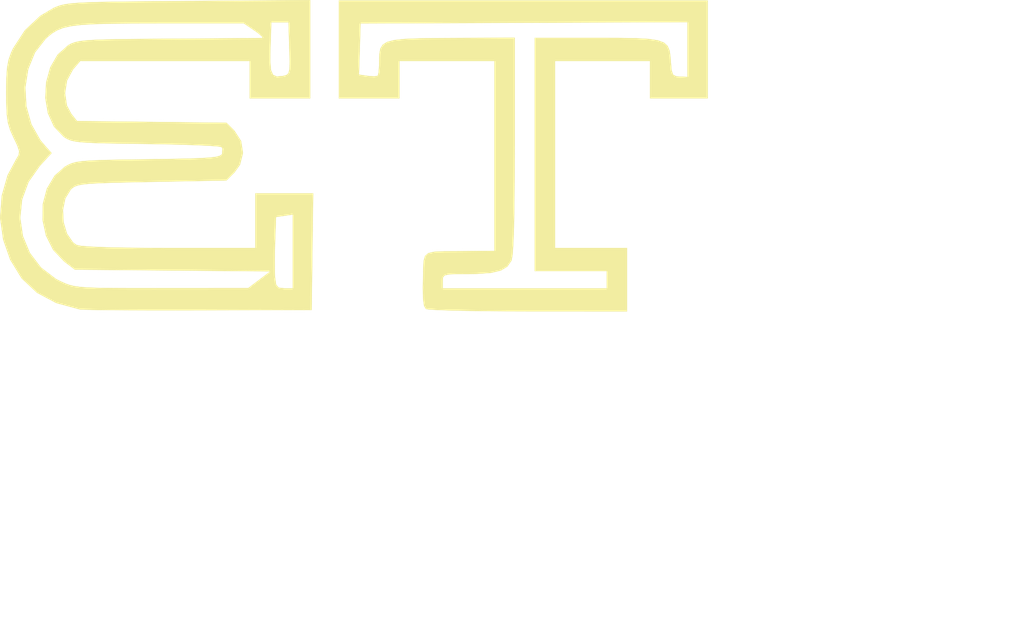
<source format=kicad_pcb>
(kicad_pcb (version 20171130) (host pcbnew "(5.0.0)")

  (general
    (thickness 1.6)
    (drawings 0)
    (tracks 0)
    (zones 0)
    (modules 1)
    (nets 1)
  )

  (page A4)
  (layers
    (0 F.Cu signal)
    (31 B.Cu signal)
    (32 B.Adhes user)
    (33 F.Adhes user)
    (34 B.Paste user)
    (35 F.Paste user)
    (36 B.SilkS user)
    (37 F.SilkS user)
    (38 B.Mask user)
    (39 F.Mask user)
    (40 Dwgs.User user)
    (41 Cmts.User user)
    (42 Eco1.User user)
    (43 Eco2.User user)
    (44 Edge.Cuts user)
    (45 Margin user)
    (46 B.CrtYd user)
    (47 F.CrtYd user)
    (48 B.Fab user)
    (49 F.Fab user)
  )

  (setup
    (last_trace_width 0.25)
    (trace_clearance 0.2)
    (zone_clearance 0.508)
    (zone_45_only no)
    (trace_min 0.2)
    (segment_width 0.2)
    (edge_width 0.15)
    (via_size 0.8)
    (via_drill 0.4)
    (via_min_size 0.4)
    (via_min_drill 0.3)
    (uvia_size 0.3)
    (uvia_drill 0.1)
    (uvias_allowed no)
    (uvia_min_size 0.2)
    (uvia_min_drill 0.1)
    (pcb_text_width 0.3)
    (pcb_text_size 1.5 1.5)
    (mod_edge_width 0.15)
    (mod_text_size 1 1)
    (mod_text_width 0.15)
    (pad_size 1.524 1.524)
    (pad_drill 0.762)
    (pad_to_mask_clearance 0.2)
    (aux_axis_origin 0 0)
    (visible_elements FFFFFF7F)
    (pcbplotparams
      (layerselection 0x010fc_ffffffff)
      (usegerberextensions false)
      (usegerberattributes false)
      (usegerberadvancedattributes false)
      (creategerberjobfile false)
      (excludeedgelayer true)
      (linewidth 0.100000)
      (plotframeref false)
      (viasonmask false)
      (mode 1)
      (useauxorigin false)
      (hpglpennumber 1)
      (hpglpenspeed 20)
      (hpglpendiameter 15.000000)
      (psnegative false)
      (psa4output false)
      (plotreference true)
      (plotvalue true)
      (plotinvisibletext false)
      (padsonsilk false)
      (subtractmaskfromsilk false)
      (outputformat 1)
      (mirror false)
      (drillshape 1)
      (scaleselection 1)
      (outputdirectory ""))
  )

  (net 0 "")

  (net_class Default "This is the default net class."
    (clearance 0.2)
    (trace_width 0.25)
    (via_dia 0.8)
    (via_drill 0.4)
    (uvia_dia 0.3)
    (uvia_drill 0.1)
  )

  (module footprints:et (layer F.Cu) (tedit 0) (tstamp 5C0F3948)
    (at 33.02 21.59)
    (fp_text reference G*** (at 0 0) (layer F.SilkS) hide
      (effects (font (size 1.524 1.524) (thickness 0.3)))
    )
    (fp_text value LOGO (at 0.75 0) (layer F.SilkS) hide
      (effects (font (size 1.524 1.524) (thickness 0.3)))
    )
    (fp_poly (pts (xy -9.059333 -15.494) (xy -10.752667 -15.494) (xy -10.752667 -16.594667) (xy -13.546667 -16.594667)
      (xy -13.546667 -11.091334) (xy -11.43 -11.091334) (xy -11.43 -9.228667) (xy -14.329833 -9.229964)
      (xy -15.017297 -9.232231) (xy -15.652891 -9.238084) (xy -16.216263 -9.247045) (xy -16.687061 -9.258636)
      (xy -17.044931 -9.272381) (xy -17.269522 -9.287801) (xy -17.338864 -9.300539) (xy -17.393434 -9.392374)
      (xy -17.42265 -9.596473) (xy -17.428686 -9.9351) (xy -17.42353 -10.167076) (xy -17.41791 -10.485127)
      (xy -17.406933 -10.709051) (xy -17.365213 -10.855421) (xy -17.267362 -10.940808) (xy -17.087996 -10.981784)
      (xy -16.801726 -10.994923) (xy -16.383167 -10.996795) (xy -16.150167 -10.998324) (xy -15.324667 -11.006667)
      (xy -15.324667 -16.594667) (xy -18.118667 -16.594667) (xy -18.118667 -15.494) (xy -19.896667 -15.494)
      (xy -19.896667 -16.191447) (xy -19.310088 -16.191447) (xy -19.052562 -16.15365) (xy -18.858969 -16.139242)
      (xy -18.753434 -16.15746) (xy -18.753185 -16.157705) (xy -18.728595 -16.259983) (xy -18.713546 -16.472307)
      (xy -18.711333 -16.603977) (xy -18.706314 -16.803343) (xy -18.678388 -16.957574) (xy -18.608253 -17.072585)
      (xy -18.476608 -17.154291) (xy -18.264152 -17.208607) (xy -17.951581 -17.241448) (xy -17.519596 -17.258729)
      (xy -16.948894 -17.266365) (xy -16.542122 -17.268727) (xy -14.732 -17.27754) (xy -14.732 -14.103754)
      (xy -14.734464 -13.133231) (xy -14.741904 -12.329455) (xy -14.754389 -11.689912) (xy -14.771989 -11.212087)
      (xy -14.794774 -10.893465) (xy -14.822814 -10.731532) (xy -14.826003 -10.723654) (xy -14.945558 -10.549752)
      (xy -15.135873 -10.432361) (xy -15.424699 -10.362829) (xy -15.839784 -10.332504) (xy -16.090651 -10.329334)
      (xy -16.450232 -10.327626) (xy -16.67315 -10.316421) (xy -16.792077 -10.286596) (xy -16.839683 -10.229027)
      (xy -16.848638 -10.134593) (xy -16.848667 -10.117667) (xy -16.848667 -9.906) (xy -12.022667 -9.906)
      (xy -12.022667 -10.414) (xy -14.139333 -10.414) (xy -14.139333 -17.272) (xy -12.337839 -17.272)
      (xy -11.679378 -17.27059) (xy -11.170499 -17.2622) (xy -10.791452 -17.240592) (xy -10.522487 -17.199527)
      (xy -10.343853 -17.132768) (xy -10.2358 -17.034076) (xy -10.17858 -16.897212) (xy -10.15244 -16.715939)
      (xy -10.143198 -16.578791) (xy -10.121335 -16.322577) (xy -10.077878 -16.191788) (xy -9.98739 -16.14256)
      (xy -9.884833 -16.13324) (xy -9.652 -16.123409) (xy -9.652 -17.737667) (xy -14.456833 -17.718101)
      (xy -19.261667 -17.698536) (xy -19.285878 -16.944991) (xy -19.310088 -16.191447) (xy -19.896667 -16.191447)
      (xy -19.896667 -18.372667) (xy -9.059333 -18.372667) (xy -9.059333 -15.494)) (layer F.SilkS) (width 0.01))
    (fp_poly (pts (xy -20.743333 -15.494) (xy -22.521333 -15.494) (xy -22.521333 -16.579967) (xy -21.916793 -16.579967)
      (xy -21.89492 -16.323739) (xy -21.833692 -16.184132) (xy -21.721424 -16.135166) (xy -21.546428 -16.150862)
      (xy -21.539155 -16.152239) (xy -21.440646 -16.177675) (xy -21.380499 -16.230748) (xy -21.350903 -16.345587)
      (xy -21.34405 -16.556322) (xy -21.35213 -16.897084) (xy -21.354128 -16.960904) (xy -21.378333 -17.729572)
      (xy -21.632333 -17.729586) (xy -21.886333 -17.729601) (xy -21.911001 -16.978794) (xy -21.916793 -16.579967)
      (xy -22.521333 -16.579967) (xy -22.521333 -16.594667) (xy -27.501614 -16.594667) (xy -27.720807 -16.334171)
      (xy -27.8901 -16.019077) (xy -27.948635 -15.648336) (xy -27.894106 -15.285482) (xy -27.767662 -15.043744)
      (xy -27.595323 -14.824651) (xy -25.398775 -14.799492) (xy -23.202227 -14.774334) (xy -22.967614 -14.539576)
      (xy -22.773159 -14.235775) (xy -22.71897 -13.887396) (xy -22.805048 -13.54473) (xy -22.967569 -13.315758)
      (xy -23.202137 -13.081) (xy -25.399601 -13.038667) (xy -26.067395 -13.025247) (xy -26.586718 -13.012527)
      (xy -26.978414 -12.998531) (xy -27.263323 -12.981281) (xy -27.462289 -12.958802) (xy -27.596152 -12.929117)
      (xy -27.685756 -12.890249) (xy -27.751942 -12.840223) (xy -27.780283 -12.812899) (xy -27.941321 -12.548788)
      (xy -28.009716 -12.209639) (xy -27.990954 -11.846917) (xy -27.890524 -11.512083) (xy -27.713912 -11.256603)
      (xy -27.606023 -11.17851) (xy -27.470111 -11.152058) (xy -27.176506 -11.129893) (xy -26.736804 -11.11239)
      (xy -26.1626 -11.099921) (xy -25.465489 -11.09286) (xy -24.897566 -11.091334) (xy -22.352 -11.091334)
      (xy -22.352 -12.7) (xy -20.655161 -12.7) (xy -20.67808 -10.9855) (xy -20.701 -9.271)
      (xy -24.003 -9.260878) (xy -24.742395 -9.259553) (xy -25.434895 -9.260116) (xy -26.060765 -9.262415)
      (xy -26.60027 -9.266301) (xy -27.033678 -9.271622) (xy -27.341254 -9.278229) (xy -27.503263 -9.28597)
      (xy -27.516667 -9.287676) (xy -28.206818 -9.475206) (xy -28.773851 -9.778028) (xy -29.222777 -10.200722)
      (xy -29.558608 -10.747872) (xy -29.766915 -11.345076) (xy -29.85404 -11.975653) (xy -29.265518 -11.975653)
      (xy -29.187731 -11.443869) (xy -28.983293 -10.948704) (xy -28.657303 -10.518258) (xy -28.21486 -10.180631)
      (xy -28.07046 -10.106396) (xy -27.944248 -10.049842) (xy -27.822104 -10.005194) (xy -27.683084 -9.971059)
      (xy -27.506243 -9.946046) (xy -27.270637 -9.928762) (xy -26.95532 -9.917814) (xy -26.539347 -9.911811)
      (xy -26.001774 -9.909359) (xy -25.321655 -9.909068) (xy -25.103667 -9.909183) (xy -22.563667 -9.910711)
      (xy -22.236753 -10.158129) (xy -21.90984 -10.405547) (xy -24.783496 -10.43094) (xy -27.657153 -10.456334)
      (xy -27.761741 -10.536145) (xy -21.78553 -10.536145) (xy -21.77846 -10.268866) (xy -21.775389 -10.2235)
      (xy -21.744324 -10.014516) (xy -21.669689 -9.925231) (xy -21.508471 -9.906014) (xy -21.500223 -9.906)
      (xy -21.251333 -9.906) (xy -21.251333 -12.078007) (xy -21.49955 -12.041576) (xy -21.747767 -12.005146)
      (xy -21.774717 -11.273073) (xy -21.784269 -10.892288) (xy -21.78553 -10.536145) (xy -27.761741 -10.536145)
      (xy -27.977126 -10.700505) (xy -28.297311 -11.038714) (xy -28.507515 -11.456885) (xy -28.60802 -11.919433)
      (xy -28.599107 -12.390778) (xy -28.481056 -12.835338) (xy -28.25415 -13.217529) (xy -27.95516 -13.479974)
      (xy -27.852344 -13.539744) (xy -27.744813 -13.586158) (xy -27.610084 -13.621252) (xy -27.425676 -13.647063)
      (xy -27.169106 -13.665626) (xy -26.817894 -13.678977) (xy -26.349558 -13.689152) (xy -25.741616 -13.698187)
      (xy -25.512453 -13.701189) (xy -24.84826 -13.7109) (xy -24.334147 -13.721732) (xy -23.950862 -13.735116)
      (xy -23.67915 -13.752483) (xy -23.49976 -13.775265) (xy -23.393439 -13.804893) (xy -23.340933 -13.8428)
      (xy -23.329511 -13.863513) (xy -23.318181 -14.013585) (xy -23.344058 -14.063001) (xy -23.443529 -14.081592)
      (xy -23.688956 -14.100216) (xy -24.056965 -14.11791) (xy -24.524182 -14.133712) (xy -25.067231 -14.146658)
      (xy -25.569333 -14.154677) (xy -26.231262 -14.16353) (xy -26.745715 -14.172815) (xy -27.134545 -14.184482)
      (xy -27.419602 -14.200481) (xy -27.622739 -14.222763) (xy -27.765807 -14.253277) (xy -27.870657 -14.293974)
      (xy -27.95914 -14.346805) (xy -27.99387 -14.371075) (xy -28.274227 -14.668181) (xy -28.451069 -15.058809)
      (xy -28.526486 -15.504116) (xy -28.502572 -15.965261) (xy -28.381418 -16.403399) (xy -28.165116 -16.779687)
      (xy -27.855759 -17.055282) (xy -27.849088 -17.059236) (xy -27.759069 -17.106942) (xy -27.656206 -17.145057)
      (xy -27.521098 -17.174815) (xy -27.334348 -17.197449) (xy -27.076557 -17.214194) (xy -26.728325 -17.226283)
      (xy -26.270254 -17.23495) (xy -25.682945 -17.241429) (xy -24.946999 -17.246954) (xy -24.892 -17.247319)
      (xy -24.234637 -17.251761) (xy -23.630892 -17.256015) (xy -23.101811 -17.259919) (xy -22.668436 -17.263311)
      (xy -22.351811 -17.266028) (xy -22.172982 -17.26791) (xy -22.141846 -17.268486) (xy -22.153502 -17.311615)
      (xy -22.277109 -17.417201) (xy -22.374414 -17.486539) (xy -22.690135 -17.701077) (xy -25.184996 -17.700625)
      (xy -25.960973 -17.699088) (xy -26.587577 -17.692976) (xy -27.084758 -17.679573) (xy -27.472464 -17.656164)
      (xy -27.770646 -17.620033) (xy -27.999253 -17.568463) (xy -28.178235 -17.498738) (xy -28.327541 -17.408144)
      (xy -28.467122 -17.293963) (xy -28.518584 -17.246793) (xy -28.831351 -16.845455) (xy -29.030631 -16.355408)
      (xy -29.115459 -15.814488) (xy -29.084866 -15.260529) (xy -28.937887 -14.731366) (xy -28.673553 -14.264834)
      (xy -28.597179 -14.171648) (xy -28.343828 -13.883098) (xy -28.68799 -13.509727) (xy -29.020746 -13.036682)
      (xy -29.211556 -12.515958) (xy -29.265518 -11.975653) (xy -29.85404 -11.975653) (xy -29.854545 -11.979301)
      (xy -29.808411 -12.623743) (xy -29.636286 -13.230753) (xy -29.382376 -13.702403) (xy -29.309074 -13.825505)
      (xy -29.296026 -13.942223) (xy -29.349787 -14.106505) (xy -29.459526 -14.337214) (xy -29.5599 -14.55991)
      (xy -29.623691 -14.770335) (xy -29.658883 -15.017459) (xy -29.673457 -15.350253) (xy -29.675667 -15.663145)
      (xy -29.670399 -16.090446) (xy -29.649601 -16.396724) (xy -29.605781 -16.630098) (xy -29.531446 -16.838688)
      (xy -29.473175 -16.96367) (xy -29.128176 -17.493141) (xy -28.676949 -17.918598) (xy -28.286235 -18.15061)
      (xy -28.185242 -18.194547) (xy -28.078823 -18.23086) (xy -27.950233 -18.260417) (xy -27.782726 -18.284089)
      (xy -27.559558 -18.302744) (xy -27.263981 -18.317252) (xy -26.87925 -18.328483) (xy -26.388619 -18.337306)
      (xy -25.775343 -18.34459) (xy -25.022676 -18.351205) (xy -24.3205 -18.356515) (xy -20.743333 -18.382696)
      (xy -20.743333 -15.494)) (layer F.SilkS) (width 0.01))
  )

)

</source>
